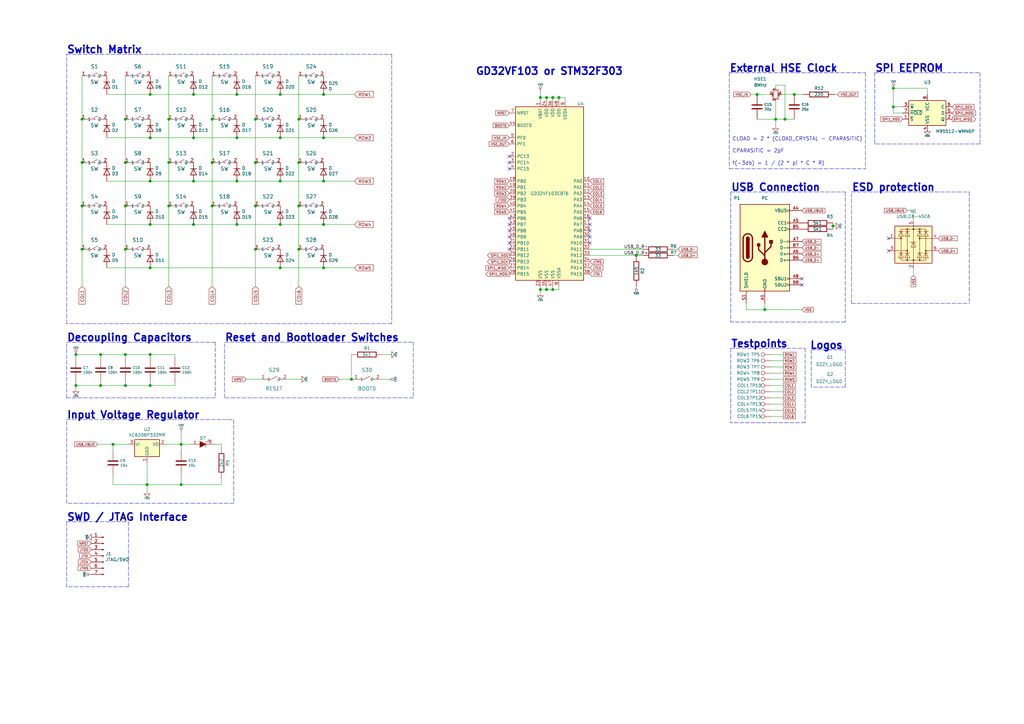
<source format=kicad_sch>
(kicad_sch (version 20210406) (generator eeschema)
  (paper "A3")
  (junction (at 31.115 145.415) (diameter 1.016))
  (junction (at 31.115 158.115) (diameter 1.016))
  (junction (at 33.655 48.895) (diameter 1.016))
  (junction (at 33.655 66.675) (diameter 1.016))
  (junction (at 33.655 84.455) (diameter 1.016))
  (junction (at 33.655 102.235) (diameter 1.016))
  (junction (at 41.275 145.415) (diameter 1.016))
  (junction (at 41.275 158.115) (diameter 1.016))
  (junction (at 46.355 182.245) (diameter 1.016))
  (junction (at 51.435 48.895) (diameter 1.016))
  (junction (at 51.435 66.675) (diameter 1.016))
  (junction (at 51.435 84.455) (diameter 1.016))
  (junction (at 51.435 102.235) (diameter 1.016))
  (junction (at 51.435 145.415) (diameter 1.016))
  (junction (at 51.435 158.115) (diameter 1.016))
  (junction (at 60.325 198.755) (diameter 1.016))
  (junction (at 61.595 38.735) (diameter 1.016))
  (junction (at 61.595 56.515) (diameter 1.016))
  (junction (at 61.595 74.295) (diameter 1.016))
  (junction (at 61.595 92.075) (diameter 1.016))
  (junction (at 61.595 109.855) (diameter 1.016))
  (junction (at 61.595 145.415) (diameter 1.016))
  (junction (at 61.595 158.115) (diameter 1.016))
  (junction (at 69.215 48.895) (diameter 1.016))
  (junction (at 69.215 66.675) (diameter 1.016))
  (junction (at 69.215 84.455) (diameter 1.016))
  (junction (at 74.295 182.245) (diameter 1.016))
  (junction (at 74.295 198.755) (diameter 1.016))
  (junction (at 79.375 38.735) (diameter 1.016))
  (junction (at 79.375 56.515) (diameter 1.016))
  (junction (at 79.375 74.295) (diameter 1.016))
  (junction (at 79.375 92.075) (diameter 1.016))
  (junction (at 86.995 48.895) (diameter 1.016))
  (junction (at 86.995 66.675) (diameter 1.016))
  (junction (at 86.995 84.455) (diameter 1.016))
  (junction (at 97.155 38.735) (diameter 1.016))
  (junction (at 97.155 56.515) (diameter 1.016))
  (junction (at 97.155 74.295) (diameter 1.016))
  (junction (at 97.155 92.075) (diameter 1.016))
  (junction (at 104.775 48.895) (diameter 1.016))
  (junction (at 104.775 66.675) (diameter 1.016))
  (junction (at 104.775 84.455) (diameter 1.016))
  (junction (at 104.775 102.235) (diameter 1.016))
  (junction (at 114.935 38.735) (diameter 1.016))
  (junction (at 114.935 56.515) (diameter 1.016))
  (junction (at 114.935 74.295) (diameter 1.016))
  (junction (at 114.935 92.075) (diameter 1.016))
  (junction (at 114.935 109.855) (diameter 1.016))
  (junction (at 122.555 48.895) (diameter 1.016))
  (junction (at 122.555 66.675) (diameter 1.016))
  (junction (at 122.555 84.455) (diameter 1.016))
  (junction (at 122.555 102.235) (diameter 1.016))
  (junction (at 132.715 38.735) (diameter 1.016))
  (junction (at 132.715 56.515) (diameter 1.016))
  (junction (at 132.715 74.295) (diameter 1.016))
  (junction (at 132.715 92.075) (diameter 1.016))
  (junction (at 132.715 109.855) (diameter 1.016))
  (junction (at 144.145 155.575) (diameter 1.016))
  (junction (at 221.615 40.005) (diameter 1.016))
  (junction (at 221.615 118.745) (diameter 1.016))
  (junction (at 224.155 40.005) (diameter 1.016))
  (junction (at 224.155 118.745) (diameter 1.016))
  (junction (at 226.695 40.005) (diameter 1.016))
  (junction (at 226.695 118.745) (diameter 1.016))
  (junction (at 229.235 40.005) (diameter 1.016))
  (junction (at 260.985 104.775) (diameter 1.016))
  (junction (at 310.515 38.735) (diameter 1.016))
  (junction (at 313.69 127) (diameter 1.016))
  (junction (at 318.135 48.895) (diameter 1.016))
  (junction (at 321.945 48.895) (diameter 1.016))
  (junction (at 325.755 38.735) (diameter 1.016))
  (junction (at 341.63 92.71) (diameter 1.016))
  (junction (at 366.395 36.195) (diameter 1.016))
  (junction (at 366.395 43.815) (diameter 1.016))
  (no_connect (at 208.915 64.135))
  (no_connect (at 208.915 66.675))
  (no_connect (at 208.915 69.215))
  (no_connect (at 208.915 89.535))
  (no_connect (at 208.915 92.075))
  (no_connect (at 208.915 94.615))
  (no_connect (at 208.915 97.155))
  (no_connect (at 208.915 99.695))
  (no_connect (at 208.915 102.235))
  (no_connect (at 241.935 89.535))
  (no_connect (at 241.935 92.075))
  (no_connect (at 241.935 94.615))
  (no_connect (at 241.935 97.155))
  (no_connect (at 241.935 99.695))
  (no_connect (at 328.93 114.3))
  (no_connect (at 328.93 116.84))
  (no_connect (at 364.49 97.79))
  (no_connect (at 364.49 102.87))
  (wire (pts (xy 31.115 145.415) (xy 41.275 145.415)))
  (wire (pts (xy 31.115 146.685) (xy 31.115 145.415)))
  (wire (pts (xy 31.115 156.845) (xy 31.115 158.115)))
  (wire (pts (xy 31.115 160.655) (xy 31.115 158.115)))
  (wire (pts (xy 33.655 31.115) (xy 33.655 48.895)))
  (wire (pts (xy 33.655 48.895) (xy 33.655 66.675)))
  (wire (pts (xy 33.655 66.675) (xy 33.655 84.455)))
  (wire (pts (xy 33.655 84.455) (xy 33.655 102.235)))
  (wire (pts (xy 33.655 102.235) (xy 33.655 117.475)))
  (wire (pts (xy 40.005 182.245) (xy 46.355 182.245)))
  (wire (pts (xy 41.275 145.415) (xy 51.435 145.415)))
  (wire (pts (xy 41.275 146.685) (xy 41.275 145.415)))
  (wire (pts (xy 41.275 156.845) (xy 41.275 158.115)))
  (wire (pts (xy 41.275 158.115) (xy 31.115 158.115)))
  (wire (pts (xy 43.815 38.735) (xy 61.595 38.735)))
  (wire (pts (xy 43.815 56.515) (xy 61.595 56.515)))
  (wire (pts (xy 43.815 74.295) (xy 61.595 74.295)))
  (wire (pts (xy 43.815 92.075) (xy 61.595 92.075)))
  (wire (pts (xy 43.815 109.855) (xy 61.595 109.855)))
  (wire (pts (xy 46.355 182.245) (xy 46.355 184.785)))
  (wire (pts (xy 46.355 182.245) (xy 52.705 182.245)))
  (wire (pts (xy 46.355 194.945) (xy 46.355 198.755)))
  (wire (pts (xy 46.355 198.755) (xy 60.325 198.755)))
  (wire (pts (xy 51.435 31.115) (xy 51.435 48.895)))
  (wire (pts (xy 51.435 48.895) (xy 51.435 66.675)))
  (wire (pts (xy 51.435 66.675) (xy 51.435 84.455)))
  (wire (pts (xy 51.435 84.455) (xy 51.435 102.235)))
  (wire (pts (xy 51.435 102.235) (xy 51.435 117.475)))
  (wire (pts (xy 51.435 145.415) (xy 61.595 145.415)))
  (wire (pts (xy 51.435 146.685) (xy 51.435 145.415)))
  (wire (pts (xy 51.435 156.845) (xy 51.435 158.115)))
  (wire (pts (xy 51.435 158.115) (xy 41.275 158.115)))
  (wire (pts (xy 60.325 189.865) (xy 60.325 198.755)))
  (wire (pts (xy 60.325 198.755) (xy 74.295 198.755)))
  (wire (pts (xy 60.325 202.565) (xy 60.325 198.755)))
  (wire (pts (xy 61.595 38.735) (xy 79.375 38.735)))
  (wire (pts (xy 61.595 56.515) (xy 79.375 56.515)))
  (wire (pts (xy 61.595 74.295) (xy 79.375 74.295)))
  (wire (pts (xy 61.595 92.075) (xy 79.375 92.075)))
  (wire (pts (xy 61.595 109.855) (xy 114.935 109.855)))
  (wire (pts (xy 61.595 145.415) (xy 71.755 145.415)))
  (wire (pts (xy 61.595 146.685) (xy 61.595 145.415)))
  (wire (pts (xy 61.595 156.845) (xy 61.595 158.115)))
  (wire (pts (xy 61.595 158.115) (xy 51.435 158.115)))
  (wire (pts (xy 67.945 182.245) (xy 74.295 182.245)))
  (wire (pts (xy 69.215 31.115) (xy 69.215 48.895)))
  (wire (pts (xy 69.215 48.895) (xy 69.215 66.675)))
  (wire (pts (xy 69.215 66.675) (xy 69.215 84.455)))
  (wire (pts (xy 69.215 84.455) (xy 69.215 117.475)))
  (wire (pts (xy 71.755 145.415) (xy 71.755 146.685)))
  (wire (pts (xy 71.755 156.845) (xy 71.755 158.115)))
  (wire (pts (xy 71.755 158.115) (xy 61.595 158.115)))
  (wire (pts (xy 74.295 177.165) (xy 74.295 182.245)))
  (wire (pts (xy 74.295 184.785) (xy 74.295 182.245)))
  (wire (pts (xy 74.295 194.945) (xy 74.295 198.755)))
  (wire (pts (xy 78.105 182.245) (xy 74.295 182.245)))
  (wire (pts (xy 79.375 38.735) (xy 97.155 38.735)))
  (wire (pts (xy 79.375 56.515) (xy 97.155 56.515)))
  (wire (pts (xy 79.375 74.295) (xy 97.155 74.295)))
  (wire (pts (xy 79.375 92.075) (xy 97.155 92.075)))
  (wire (pts (xy 86.995 31.115) (xy 86.995 48.895)))
  (wire (pts (xy 86.995 48.895) (xy 86.995 66.675)))
  (wire (pts (xy 86.995 66.675) (xy 86.995 84.455)))
  (wire (pts (xy 86.995 84.455) (xy 86.995 117.475)))
  (wire (pts (xy 88.265 182.245) (xy 90.805 182.245)))
  (wire (pts (xy 90.805 182.245) (xy 90.805 183.515)))
  (wire (pts (xy 90.805 196.215) (xy 90.805 198.755)))
  (wire (pts (xy 90.805 198.755) (xy 74.295 198.755)))
  (wire (pts (xy 97.155 38.735) (xy 114.935 38.735)))
  (wire (pts (xy 97.155 56.515) (xy 114.935 56.515)))
  (wire (pts (xy 97.155 74.295) (xy 114.935 74.295)))
  (wire (pts (xy 97.155 92.075) (xy 114.935 92.075)))
  (wire (pts (xy 104.775 31.115) (xy 104.775 48.895)))
  (wire (pts (xy 104.775 48.895) (xy 104.775 66.675)))
  (wire (pts (xy 104.775 66.675) (xy 104.775 84.455)))
  (wire (pts (xy 104.775 84.455) (xy 104.775 102.235)))
  (wire (pts (xy 104.775 102.235) (xy 104.775 117.475)))
  (wire (pts (xy 107.315 155.575) (xy 100.965 155.575)))
  (wire (pts (xy 114.935 38.735) (xy 132.715 38.735)))
  (wire (pts (xy 114.935 56.515) (xy 132.715 56.515)))
  (wire (pts (xy 114.935 74.295) (xy 132.715 74.295)))
  (wire (pts (xy 114.935 92.075) (xy 132.715 92.075)))
  (wire (pts (xy 114.935 109.855) (xy 132.715 109.855)))
  (wire (pts (xy 122.555 31.115) (xy 122.555 48.895)))
  (wire (pts (xy 122.555 48.895) (xy 122.555 66.675)))
  (wire (pts (xy 122.555 66.675) (xy 122.555 84.455)))
  (wire (pts (xy 122.555 84.455) (xy 122.555 102.235)))
  (wire (pts (xy 122.555 102.235) (xy 122.555 117.475)))
  (wire (pts (xy 123.825 155.575) (xy 117.475 155.575)))
  (wire (pts (xy 132.715 38.735) (xy 145.415 38.735)))
  (wire (pts (xy 132.715 56.515) (xy 145.415 56.515)))
  (wire (pts (xy 132.715 74.295) (xy 145.415 74.295)))
  (wire (pts (xy 132.715 92.075) (xy 145.415 92.075)))
  (wire (pts (xy 132.715 109.855) (xy 145.415 109.855)))
  (wire (pts (xy 144.145 145.415) (xy 144.145 155.575)))
  (wire (pts (xy 144.145 155.575) (xy 139.065 155.575)))
  (wire (pts (xy 144.145 155.575) (xy 145.415 155.575)))
  (wire (pts (xy 155.575 155.575) (xy 159.385 155.575)))
  (wire (pts (xy 156.845 145.415) (xy 160.655 145.415)))
  (wire (pts (xy 221.615 37.465) (xy 221.615 40.005)))
  (wire (pts (xy 221.615 40.005) (xy 221.615 41.275)))
  (wire (pts (xy 221.615 40.005) (xy 224.155 40.005)))
  (wire (pts (xy 221.615 118.745) (xy 221.615 117.475)))
  (wire (pts (xy 221.615 118.745) (xy 224.155 118.745)))
  (wire (pts (xy 221.615 121.285) (xy 221.615 118.745)))
  (wire (pts (xy 224.155 40.005) (xy 226.695 40.005)))
  (wire (pts (xy 224.155 41.275) (xy 224.155 40.005)))
  (wire (pts (xy 224.155 118.745) (xy 224.155 117.475)))
  (wire (pts (xy 224.155 118.745) (xy 226.695 118.745)))
  (wire (pts (xy 226.695 40.005) (xy 229.235 40.005)))
  (wire (pts (xy 226.695 41.275) (xy 226.695 40.005)))
  (wire (pts (xy 226.695 118.745) (xy 226.695 117.475)))
  (wire (pts (xy 226.695 118.745) (xy 229.235 118.745)))
  (wire (pts (xy 229.235 40.005) (xy 229.235 41.275)))
  (wire (pts (xy 229.235 118.745) (xy 229.235 117.475)))
  (wire (pts (xy 231.775 40.005) (xy 229.235 40.005)))
  (wire (pts (xy 231.775 41.275) (xy 231.775 40.005)))
  (wire (pts (xy 241.935 102.235) (xy 263.525 102.235)))
  (wire (pts (xy 241.935 104.775) (xy 260.985 104.775)))
  (wire (pts (xy 260.985 104.775) (xy 263.525 104.775)))
  (wire (pts (xy 276.225 102.235) (xy 278.13 102.235)))
  (wire (pts (xy 276.225 104.775) (xy 278.13 104.775)))
  (wire (pts (xy 306.07 124.46) (xy 306.07 127)))
  (wire (pts (xy 306.07 127) (xy 313.69 127)))
  (wire (pts (xy 307.975 38.735) (xy 310.515 38.735)))
  (wire (pts (xy 310.515 38.735) (xy 315.595 38.735)))
  (wire (pts (xy 310.515 48.895) (xy 318.135 48.895)))
  (wire (pts (xy 313.69 127) (xy 313.69 124.46)))
  (wire (pts (xy 313.69 127) (xy 328.93 127)))
  (wire (pts (xy 316.23 145.415) (xy 321.31 145.415)))
  (wire (pts (xy 316.23 147.955) (xy 321.31 147.955)))
  (wire (pts (xy 316.23 150.495) (xy 321.31 150.495)))
  (wire (pts (xy 316.23 153.035) (xy 321.31 153.035)))
  (wire (pts (xy 316.23 155.575) (xy 321.31 155.575)))
  (wire (pts (xy 316.23 158.115) (xy 321.31 158.115)))
  (wire (pts (xy 316.23 160.655) (xy 321.31 160.655)))
  (wire (pts (xy 316.23 163.195) (xy 321.31 163.195)))
  (wire (pts (xy 316.23 165.735) (xy 321.31 165.735)))
  (wire (pts (xy 316.23 168.275) (xy 321.31 168.275)))
  (wire (pts (xy 316.23 170.815) (xy 321.31 170.815)))
  (wire (pts (xy 318.135 34.925) (xy 321.945 34.925)))
  (wire (pts (xy 318.135 36.195) (xy 318.135 34.925)))
  (wire (pts (xy 318.135 41.275) (xy 318.135 48.895)))
  (wire (pts (xy 318.135 48.895) (xy 321.945 48.895)))
  (wire (pts (xy 318.135 52.705) (xy 318.135 48.895)))
  (wire (pts (xy 320.675 38.735) (xy 325.755 38.735)))
  (wire (pts (xy 321.945 34.925) (xy 321.945 48.895)))
  (wire (pts (xy 321.945 48.895) (xy 325.755 48.895)))
  (wire (pts (xy 325.755 38.735) (xy 329.565 38.735)))
  (wire (pts (xy 341.63 91.44) (xy 341.63 92.71)))
  (wire (pts (xy 341.63 92.71) (xy 341.63 93.98)))
  (wire (pts (xy 341.63 92.71) (xy 342.9 92.71)))
  (wire (pts (xy 342.265 38.735) (xy 343.535 38.735)))
  (wire (pts (xy 366.395 43.815) (xy 366.395 36.195)))
  (wire (pts (xy 366.395 46.355) (xy 366.395 43.815)))
  (wire (pts (xy 370.205 43.815) (xy 366.395 43.815)))
  (wire (pts (xy 370.205 46.355) (xy 366.395 46.355)))
  (wire (pts (xy 374.65 86.36) (xy 372.11 86.36)))
  (wire (pts (xy 374.65 86.36) (xy 374.65 90.17)))
  (wire (pts (xy 374.65 113.03) (xy 374.65 110.49)))
  (wire (pts (xy 380.365 36.195) (xy 366.395 36.195)))
  (wire (pts (xy 380.365 38.735) (xy 380.365 36.195)))
  (polyline (pts (xy 27.305 22.225) (xy 160.655 22.225)) (stroke (width 0) (type dash)))
  (polyline (pts (xy 27.305 132.715) (xy 27.305 22.225)) (stroke (width 0) (type dash)))
  (polyline (pts (xy 27.305 140.335) (xy 88.265 140.335)) (stroke (width 0) (type dash)))
  (polyline (pts (xy 27.305 163.195) (xy 27.305 140.335)) (stroke (width 0) (type dash)))
  (polyline (pts (xy 27.305 163.195) (xy 88.265 163.195)) (stroke (width 0) (type dash)))
  (polyline (pts (xy 27.305 172.085) (xy 95.885 172.085)) (stroke (width 0) (type dash)))
  (polyline (pts (xy 27.305 206.375) (xy 27.305 172.085)) (stroke (width 0) (type dash)))
  (polyline (pts (xy 27.305 213.995) (xy 27.305 240.665)) (stroke (width 0) (type dash)))
  (polyline (pts (xy 27.305 213.995) (xy 52.705 213.995)) (stroke (width 0) (type dash)))
  (polyline (pts (xy 52.705 213.995) (xy 52.705 240.665)) (stroke (width 0) (type dash)))
  (polyline (pts (xy 52.705 240.665) (xy 27.305 240.665)) (stroke (width 0) (type dash)))
  (polyline (pts (xy 88.265 140.335) (xy 88.265 163.195)) (stroke (width 0) (type dash)))
  (polyline (pts (xy 92.075 140.335) (xy 169.545 140.335)) (stroke (width 0) (type dash)))
  (polyline (pts (xy 92.075 163.195) (xy 92.075 140.335)) (stroke (width 0) (type dash)))
  (polyline (pts (xy 95.885 172.085) (xy 95.885 206.375)) (stroke (width 0) (type dash)))
  (polyline (pts (xy 95.885 206.375) (xy 27.305 206.375)) (stroke (width 0) (type dash)))
  (polyline (pts (xy 160.655 22.225) (xy 160.655 132.715)) (stroke (width 0) (type dash)))
  (polyline (pts (xy 160.655 132.715) (xy 27.305 132.715)) (stroke (width 0) (type dash)))
  (polyline (pts (xy 169.545 140.335) (xy 169.545 163.195)) (stroke (width 0) (type dash)))
  (polyline (pts (xy 169.545 163.195) (xy 92.075 163.195)) (stroke (width 0) (type dash)))
  (polyline (pts (xy 299.085 29.845) (xy 299.085 69.215)) (stroke (width 0) (type dash)))
  (polyline (pts (xy 299.085 29.845) (xy 354.965 29.845)) (stroke (width 0) (type dash)))
  (polyline (pts (xy 299.085 69.215) (xy 354.965 69.215)) (stroke (width 0) (type dash)))
  (polyline (pts (xy 299.72 78.74) (xy 299.72 132.08)) (stroke (width 0) (type dash)))
  (polyline (pts (xy 299.72 78.74) (xy 346.71 78.74)) (stroke (width 0) (type dash)))
  (polyline (pts (xy 299.72 142.875) (xy 299.72 173.355)) (stroke (width 0) (type dash)))
  (polyline (pts (xy 299.72 142.875) (xy 330.2 142.875)) (stroke (width 0) (type dash)))
  (polyline (pts (xy 330.2 142.875) (xy 330.2 173.355)) (stroke (width 0) (type dash)))
  (polyline (pts (xy 330.2 173.355) (xy 299.72 173.355)) (stroke (width 0) (type dash)))
  (polyline (pts (xy 332.74 143.51) (xy 332.74 158.75)) (stroke (width 0) (type dash)))
  (polyline (pts (xy 332.74 143.51) (xy 346.71 143.51)) (stroke (width 0) (type dash)))
  (polyline (pts (xy 346.71 78.74) (xy 346.71 132.08)) (stroke (width 0) (type dash)))
  (polyline (pts (xy 346.71 132.08) (xy 299.72 132.08)) (stroke (width 0) (type dash)))
  (polyline (pts (xy 346.71 143.51) (xy 346.71 158.75)) (stroke (width 0) (type dash)))
  (polyline (pts (xy 346.71 158.75) (xy 332.74 158.75)) (stroke (width 0) (type dash)))
  (polyline (pts (xy 349.25 78.74) (xy 397.51 78.74)) (stroke (width 0) (type dash)))
  (polyline (pts (xy 349.25 124.46) (xy 349.25 78.74)) (stroke (width 0) (type dash)))
  (polyline (pts (xy 349.25 124.46) (xy 397.51 124.46)) (stroke (width 0) (type dash)))
  (polyline (pts (xy 354.965 29.845) (xy 354.965 69.215)) (stroke (width 0) (type dash)))
  (polyline (pts (xy 358.775 29.845) (xy 358.775 59.055)) (stroke (width 0) (type dash)))
  (polyline (pts (xy 358.775 29.845) (xy 401.955 29.845)) (stroke (width 0) (type dash)))
  (polyline (pts (xy 397.51 78.74) (xy 397.51 124.46)) (stroke (width 0) (type dash)))
  (polyline (pts (xy 401.955 29.845) (xy 401.955 59.055)) (stroke (width 0) (type dash)))
  (polyline (pts (xy 401.955 59.055) (xy 358.775 59.055)) (stroke (width 0) (type dash)))
  (text "Switch Matrix" (at 27.305 22.225 0) (effects (font (size 2.9972 2.9972) (thickness 0.5994) bold) (justify left bottom)))
  (text "Decoupling Capacitors" (at 27.305 140.335 0) (effects (font (size 2.9972 2.9972) (thickness 0.5994) bold) (justify left bottom)))
  (text "Input Voltage Regulator" (at 27.305 172.085 0) (effects (font (size 2.9972 2.9972) (thickness 0.5994) bold) (justify left bottom)))
  (text "SWD / JTAG Interface\n" (at 27.305 213.995 0) (effects (font (size 2.9972 2.9972) (thickness 0.5994) bold) (justify left bottom)))
  (text "Reset and Bootloader Switches" (at 92.075 140.335 0) (effects (font (size 2.9972 2.9972) (thickness 0.5994) bold) (justify left bottom)))
  (text "GD32VF103 or STM32F303" (at 194.945 31.115 0) (effects (font (size 2.9972 2.9972) (thickness 0.5994) bold) (justify left bottom)))
  (text "External HSE Clock" (at 299.085 29.845 0) (effects (font (size 2.9972 2.9972) (thickness 0.5994) bold) (justify left bottom)))
  (text "USB Connection" (at 299.72 78.74 0) (effects (font (size 2.9972 2.9972) (thickness 0.5994) bold) (justify left bottom)))
  (text "Testpoints" (at 299.72 142.875 0) (effects (font (size 2.9972 2.9972) (thickness 0.5994) bold) (justify left bottom)))
  (text "CLOAD = 2 * (CLOAD_CRYSTAL - CPARASITIC)\n\nCPARASITIC = 2pF" (at 300.355 62.865 0) (effects (font (size 1.524 1.524)) (justify left bottom)))
  (text "f(-3db) = 1 / (2 * pi * C * R)" (at 300.355 67.945 0) (effects (font (size 1.524 1.524)) (justify left bottom)))
  (text "Logos" (at 332.105 143.51 0) (effects (font (size 2.9972 2.9972) (thickness 0.5994) bold) (justify left bottom)))
  (text "ESD protection" (at 349.25 78.74 0) (effects (font (size 2.9972 2.9972) (thickness 0.5994) bold) (justify left bottom)))
  (text "SPI EEPROM" (at 358.775 29.845 0) (effects (font (size 2.9972 2.9972) (thickness 0.5994) bold) (justify left bottom)))
  (label "USB_D_R-" (at 255.905 102.235 0))
  (label "USB_D_R+" (at 255.905 104.775 0))
  (global_label "COL1" (shape input) (at 33.655 117.475 270) (property "Intersheet References" "${INTERSHEET_REFS}" (effects hide)))
  (global_label "NRST" (shape input) (at 37.465 222.885 180) (effects (font (size 1 1))) (property "Intersheet References" "${INTERSHEET_REFS}" (effects hide)))
  (global_label "JTDO" (shape input) (at 37.465 225.425 180) (effects (font (size 0.9906 0.9906))) (property "Intersheet References" "${INTERSHEET_REFS}" (effects hide)))
  (global_label "JTDI" (shape input) (at 37.465 227.965 180) (effects (font (size 0.9906 0.9906))) (property "Intersheet References" "${INTERSHEET_REFS}" (effects hide)))
  (global_label "JTCK" (shape input) (at 37.465 230.505 180) (effects (font (size 0.9906 0.9906))) (property "Intersheet References" "${INTERSHEET_REFS}" (effects hide)))
  (global_label "JTMS" (shape input) (at 37.465 233.045 180) (effects (font (size 0.9906 0.9906))) (property "Intersheet References" "${INTERSHEET_REFS}" (effects hide)))
  (global_label "USB_VBUS" (shape input) (at 40.005 182.245 180) (effects (font (size 0.9906 0.9906))) (property "Intersheet References" "${INTERSHEET_REFS}" (effects hide)))
  (global_label "COL2" (shape input) (at 51.435 117.475 270) (property "Intersheet References" "${INTERSHEET_REFS}" (effects hide)))
  (global_label "COL3" (shape input) (at 69.215 117.475 270) (property "Intersheet References" "${INTERSHEET_REFS}" (effects hide)))
  (global_label "COL4" (shape input) (at 86.995 117.475 270) (property "Intersheet References" "${INTERSHEET_REFS}" (effects hide)))
  (global_label "NRST" (shape input) (at 100.965 155.575 180) (effects (font (size 1 1))) (property "Intersheet References" "${INTERSHEET_REFS}" (effects hide)))
  (global_label "COL5" (shape input) (at 104.775 117.475 270) (property "Intersheet References" "${INTERSHEET_REFS}" (effects hide)))
  (global_label "COL6" (shape input) (at 122.555 117.475 270) (property "Intersheet References" "${INTERSHEET_REFS}" (effects hide)))
  (global_label "BOOT0" (shape input) (at 139.065 155.575 180) (effects (font (size 1 1))) (property "Intersheet References" "${INTERSHEET_REFS}" (effects hide)))
  (global_label "ROW1" (shape input) (at 145.415 38.735 0) (property "Intersheet References" "${INTERSHEET_REFS}" (effects hide)))
  (global_label "ROW2" (shape input) (at 145.415 56.515 0) (property "Intersheet References" "${INTERSHEET_REFS}" (effects hide)))
  (global_label "ROW3" (shape input) (at 145.415 74.295 0) (property "Intersheet References" "${INTERSHEET_REFS}" (effects hide)))
  (global_label "ROW4" (shape input) (at 145.415 92.075 0) (property "Intersheet References" "${INTERSHEET_REFS}" (effects hide)))
  (global_label "ROW5" (shape input) (at 145.415 109.855 0) (property "Intersheet References" "${INTERSHEET_REFS}" (effects hide)))
  (global_label "NRST" (shape input) (at 208.915 46.355 180) (effects (font (size 0.9906 0.9906))) (property "Intersheet References" "${INTERSHEET_REFS}" (effects hide)))
  (global_label "BOOT0" (shape input) (at 208.915 51.435 180) (effects (font (size 0.9906 0.9906))) (property "Intersheet References" "${INTERSHEET_REFS}" (effects hide)))
  (global_label "HSE_IN" (shape input) (at 208.915 56.515 180) (effects (font (size 0.9906 0.9906))) (property "Intersheet References" "${INTERSHEET_REFS}" (effects hide)))
  (global_label "HSE_OUT" (shape input) (at 208.915 59.055 180) (effects (font (size 0.9906 0.9906))) (property "Intersheet References" "${INTERSHEET_REFS}" (effects hide)))
  (global_label "ROW1" (shape input) (at 208.915 74.295 180) (effects (font (size 1 1))) (property "Intersheet References" "${INTERSHEET_REFS}" (effects hide)))
  (global_label "ROW2" (shape input) (at 208.915 76.835 180) (effects (font (size 1 1))) (property "Intersheet References" "${INTERSHEET_REFS}" (effects hide)))
  (global_label "ROW3" (shape input) (at 208.915 79.375 180) (effects (font (size 1 1))) (property "Intersheet References" "${INTERSHEET_REFS}" (effects hide)))
  (global_label "JTDO" (shape input) (at 208.915 81.915 180) (effects (font (size 1 1))) (property "Intersheet References" "${INTERSHEET_REFS}" (effects hide)))
  (global_label "ROW4" (shape input) (at 208.915 84.455 180) (effects (font (size 1 1))) (property "Intersheet References" "${INTERSHEET_REFS}" (effects hide)))
  (global_label "ROW5" (shape input) (at 208.915 86.995 180) (effects (font (size 1 1))) (property "Intersheet References" "${INTERSHEET_REFS}" (effects hide)))
  (global_label "SPI1_NSS" (shape output) (at 208.915 104.775 180) (effects (font (size 1 1))) (property "Intersheet References" "${INTERSHEET_REFS}" (effects hide)))
  (global_label "SPI1_SCK" (shape output) (at 208.915 107.315 180) (effects (font (size 1 1))) (property "Intersheet References" "${INTERSHEET_REFS}" (effects hide)))
  (global_label "SPI1_MISO" (shape input) (at 208.915 109.855 180) (effects (font (size 1 1))) (property "Intersheet References" "${INTERSHEET_REFS}" (effects hide)))
  (global_label "SPI1_MOSI" (shape output) (at 208.915 112.395 180) (effects (font (size 1 1))) (property "Intersheet References" "${INTERSHEET_REFS}" (effects hide)))
  (global_label "COL1" (shape input) (at 241.935 74.295 0) (effects (font (size 1 1))) (property "Intersheet References" "${INTERSHEET_REFS}" (effects hide)))
  (global_label "COL2" (shape input) (at 241.935 76.835 0) (effects (font (size 1 1))) (property "Intersheet References" "${INTERSHEET_REFS}" (effects hide)))
  (global_label "COL3" (shape input) (at 241.935 79.375 0) (effects (font (size 1 1))) (property "Intersheet References" "${INTERSHEET_REFS}" (effects hide)))
  (global_label "COL4" (shape input) (at 241.935 81.915 0) (effects (font (size 1 1))) (property "Intersheet References" "${INTERSHEET_REFS}" (effects hide)))
  (global_label "COL5" (shape input) (at 241.935 84.455 0) (effects (font (size 1 1))) (property "Intersheet References" "${INTERSHEET_REFS}" (effects hide)))
  (global_label "COL6" (shape input) (at 241.935 86.995 0) (effects (font (size 1 1))) (property "Intersheet References" "${INTERSHEET_REFS}" (effects hide)))
  (global_label "JTMS" (shape input) (at 241.935 107.315 0) (effects (font (size 0.9906 0.9906))) (property "Intersheet References" "${INTERSHEET_REFS}" (effects hide)))
  (global_label "JTCK" (shape input) (at 241.935 109.855 0) (effects (font (size 0.9906 0.9906))) (property "Intersheet References" "${INTERSHEET_REFS}" (effects hide)))
  (global_label "JTDI" (shape input) (at 241.935 112.395 0) (effects (font (size 0.9906 0.9906))) (property "Intersheet References" "${INTERSHEET_REFS}" (effects hide)))
  (global_label "USB_D-" (shape input) (at 278.13 102.235 0) (effects (font (size 0.9906 0.9906))) (property "Intersheet References" "${INTERSHEET_REFS}" (effects hide)))
  (global_label "USB_D+" (shape input) (at 278.13 104.775 0) (effects (font (size 0.9906 0.9906))) (property "Intersheet References" "${INTERSHEET_REFS}" (effects hide)))
  (global_label "HSE_IN" (shape input) (at 307.975 38.735 180) (effects (font (size 0.9906 0.9906))) (property "Intersheet References" "${INTERSHEET_REFS}" (effects hide)))
  (global_label "ROW1" (shape passive) (at 321.31 145.415 0) (effects (font (size 1 1))) (property "Intersheet References" "${INTERSHEET_REFS}" (effects hide)))
  (global_label "ROW2" (shape passive) (at 321.31 147.955 0) (effects (font (size 1 1))) (property "Intersheet References" "${INTERSHEET_REFS}" (effects hide)))
  (global_label "ROW3" (shape passive) (at 321.31 150.495 0) (effects (font (size 1 1))) (property "Intersheet References" "${INTERSHEET_REFS}" (effects hide)))
  (global_label "ROW4" (shape passive) (at 321.31 153.035 0) (effects (font (size 1 1))) (property "Intersheet References" "${INTERSHEET_REFS}" (effects hide)))
  (global_label "ROW5" (shape passive) (at 321.31 155.575 0) (effects (font (size 1 1))) (property "Intersheet References" "${INTERSHEET_REFS}" (effects hide)))
  (global_label "COL1" (shape passive) (at 321.31 158.115 0) (effects (font (size 1 1))) (property "Intersheet References" "${INTERSHEET_REFS}" (effects hide)))
  (global_label "COL2" (shape passive) (at 321.31 160.655 0) (effects (font (size 1 1))) (property "Intersheet References" "${INTERSHEET_REFS}" (effects hide)))
  (global_label "COL3" (shape passive) (at 321.31 163.195 0) (effects (font (size 1 1))) (property "Intersheet References" "${INTERSHEET_REFS}" (effects hide)))
  (global_label "COL4" (shape passive) (at 321.31 165.735 0) (effects (font (size 1 1))) (property "Intersheet References" "${INTERSHEET_REFS}" (effects hide)))
  (global_label "COL5" (shape passive) (at 321.31 168.275 0) (effects (font (size 1 1))) (property "Intersheet References" "${INTERSHEET_REFS}" (effects hide)))
  (global_label "COL6" (shape passive) (at 321.31 170.815 0) (effects (font (size 1 1))) (property "Intersheet References" "${INTERSHEET_REFS}" (effects hide)))
  (global_label "USB_VBUS" (shape input) (at 328.93 86.36 0) (effects (font (size 0.9906 0.9906))) (property "Intersheet References" "${INTERSHEET_REFS}" (effects hide)))
  (global_label "USB_D-" (shape input) (at 328.93 99.06 0) (effects (font (size 0.9906 0.9906))) (property "Intersheet References" "${INTERSHEET_REFS}" (effects hide)))
  (global_label "USB_D-" (shape input) (at 328.93 101.6 0) (effects (font (size 0.9906 0.9906))) (property "Intersheet References" "${INTERSHEET_REFS}" (effects hide)))
  (global_label "USB_D+" (shape input) (at 328.93 104.14 0) (effects (font (size 0.9906 0.9906))) (property "Intersheet References" "${INTERSHEET_REFS}" (effects hide)))
  (global_label "USB_D+" (shape input) (at 328.93 106.68 0) (effects (font (size 0.9906 0.9906))) (property "Intersheet References" "${INTERSHEET_REFS}" (effects hide)))
  (global_label "VSS" (shape input) (at 328.93 127 0) (effects (font (size 0.9906 0.9906))) (property "Intersheet References" "${INTERSHEET_REFS}" (effects hide)))
  (global_label "HSE_OUT" (shape input) (at 343.535 38.735 0) (effects (font (size 0.9906 0.9906))) (property "Intersheet References" "${INTERSHEET_REFS}" (effects hide)))
  (global_label "SPI1_NSS" (shape input) (at 370.205 48.895 180) (effects (font (size 1 1))) (property "Intersheet References" "${INTERSHEET_REFS}" (effects hide)))
  (global_label "USB_VBUS" (shape input) (at 372.11 86.36 180) (effects (font (size 0.9906 0.9906))) (property "Intersheet References" "${INTERSHEET_REFS}" (effects hide)))
  (global_label "VSS" (shape input) (at 374.65 113.03 270) (effects (font (size 0.9906 0.9906))) (property "Intersheet References" "${INTERSHEET_REFS}" (effects hide)))
  (global_label "USB_D-" (shape input) (at 384.81 97.79 0) (effects (font (size 0.9906 0.9906))) (property "Intersheet References" "${INTERSHEET_REFS}" (effects hide)))
  (global_label "USB_D+" (shape input) (at 384.81 102.87 0) (effects (font (size 0.9906 0.9906))) (property "Intersheet References" "${INTERSHEET_REFS}" (effects hide)))
  (global_label "SPI1_SCK" (shape input) (at 390.525 43.815 0) (effects (font (size 1 1))) (property "Intersheet References" "${INTERSHEET_REFS}" (effects hide)))
  (global_label "SPI1_MOSI" (shape input) (at 390.525 46.355 0) (effects (font (size 1 1))) (property "Intersheet References" "${INTERSHEET_REFS}" (effects hide)))
  (global_label "SPI1_MISO" (shape output) (at 390.525 48.895 0) (effects (font (size 1 1))) (property "Intersheet References" "${INTERSHEET_REFS}" (effects hide)))
  (symbol (lib_id "DZZY:DZZY_LOGO") (at 338.455 147.32 0) (unit 1)
    (property "Reference" "G1" (at 339.09 146.5591 0) (effects (justify left)))
    (property "Value" "DZZY_LOGO" (at 334.645 149.4928 0) (effects (justify left)))
    (property "Footprint" "prettylib:dzzy_logo" (effects hide))
  )
  (symbol (lib_id "DZZY:DZZY_LOGO") (at 338.455 154.305 0) (unit 1)
    (property "Reference" "G2" (at 339.09 153.5441 0) (effects (justify left)))
    (property "Value" "DZZY_LOGO" (at 334.645 156.4778 0) (effects (justify left)))
    (property "Footprint" "prettylib:dzzy_logo" (effects hide))
  )
  (symbol (lib_id "YAEMK:VDD") (at 31.115 145.415 0) (unit 1)
    (property "Reference" "#PWR0102" (effects hide))
    (property "Value" "VDD" (at 31.115 142.621 0) (effects (font (size 0.762 0.762))))
  )
  (symbol (lib_id "YAEMK:VDD") (at 37.465 235.585 90) (unit 1)
    (property "Reference" "#PWR0104" (effects hide))
    (property "Value" "VDD" (at 34.671 235.585 0) (effects (font (size 0.762 0.762))))
  )
  (symbol (lib_id "YAEMK:VDD") (at 74.295 177.165 0) (unit 1)
    (property "Reference" "#PWR0106" (effects hide))
    (property "Value" "VDD" (at 74.295 174.371 0) (effects (font (size 0.762 0.762))))
  )
  (symbol (lib_id "YAEMK:VDD") (at 159.385 155.575 270) (unit 1)
    (property "Reference" "#PWR0114" (effects hide))
    (property "Value" "VDD" (at 162.179 155.575 0) (effects (font (size 0.762 0.762))))
  )
  (symbol (lib_id "YAEMK:VDD") (at 221.615 37.465 0) (unit 1)
    (property "Reference" "#PWR0112" (effects hide))
    (property "Value" "VDD" (at 221.615 34.671 0) (effects (font (size 0.762 0.762))))
  )
  (symbol (lib_id "YAEMK:VDD") (at 260.985 117.475 180) (unit 1)
    (property "Reference" "#PWR0110" (effects hide))
    (property "Value" "VDD" (at 260.985 120.269 0) (effects (font (size 0.762 0.762))))
  )
  (symbol (lib_id "YAEMK:VDD") (at 366.395 36.195 0) (unit 1)
    (property "Reference" "#PWR0116" (effects hide))
    (property "Value" "VDD" (at 366.395 33.401 0) (effects (font (size 0.762 0.762))))
  )
  (symbol (lib_id "YAEMK:VSS") (at 31.115 160.655 0) (unit 1)
    (property "Reference" "#PWR0103" (effects hide))
    (property "Value" "VSS" (at 31.115 162.433 0) (effects (font (size 0.762 0.762))))
  )
  (symbol (lib_id "YAEMK:VSS") (at 37.465 220.345 270) (unit 1)
    (property "Reference" "#PWR0105" (effects hide))
    (property "Value" "VSS" (at 35.687 220.345 0) (effects (font (size 0.762 0.762))))
  )
  (symbol (lib_id "YAEMK:VSS") (at 60.325 202.565 0) (unit 1)
    (property "Reference" "#PWR0107" (effects hide))
    (property "Value" "VSS" (at 60.325 204.343 0) (effects (font (size 0.762 0.762))))
  )
  (symbol (lib_id "YAEMK:VSS") (at 123.825 155.575 90) (unit 1)
    (property "Reference" "#PWR0115" (effects hide))
    (property "Value" "VSS" (at 125.603 155.575 0) (effects (font (size 0.762 0.762))))
  )
  (symbol (lib_id "YAEMK:VSS") (at 160.655 145.415 90) (unit 1)
    (property "Reference" "#PWR0109" (effects hide))
    (property "Value" "VSS" (at 162.433 145.415 0) (effects (font (size 0.762 0.762))))
  )
  (symbol (lib_id "YAEMK:VSS") (at 221.615 121.285 0) (unit 1)
    (property "Reference" "#PWR0108" (effects hide))
    (property "Value" "VSS" (at 221.615 123.063 0) (effects (font (size 0.762 0.762))))
  )
  (symbol (lib_id "YAEMK:VSS") (at 318.135 52.705 0) (unit 1)
    (property "Reference" "#PWR0113" (effects hide))
    (property "Value" "VSS" (at 318.135 54.483 0) (effects (font (size 0.762 0.762))))
  )
  (symbol (lib_id "YAEMK:VSS") (at 342.9 92.71 90) (unit 1)
    (property "Reference" "#PWR0101" (effects hide))
    (property "Value" "VSS" (at 344.678 92.71 0) (effects (font (size 0.762 0.762))))
  )
  (symbol (lib_id "YAEMK:VSS") (at 380.365 53.975 0) (unit 1)
    (property "Reference" "#PWR0111" (effects hide))
    (property "Value" "VSS" (at 380.365 55.753 0) (effects (font (size 0.762 0.762))))
  )
  (symbol (lib_id "Connector:TestPoint") (at 316.23 145.415 90) (unit 1)
    (property "Reference" "TP5" (at 309.88 145.415 90))
    (property "Value" "ROW1" (at 304.8 145.415 90))
    (property "Footprint" "prettylib:TestPoint" (effects hide))
  )
  (symbol (lib_id "Connector:TestPoint") (at 316.23 147.955 90) (unit 1)
    (property "Reference" "TP6" (at 309.88 147.955 90))
    (property "Value" "ROW2" (at 304.8 147.955 90))
    (property "Footprint" "prettylib:TestPoint" (effects hide))
  )
  (symbol (lib_id "Connector:TestPoint") (at 316.23 150.495 90) (unit 1)
    (property "Reference" "TP7" (at 309.88 150.495 90))
    (property "Value" "ROW3" (at 304.8 150.495 90))
    (property "Footprint" "prettylib:TestPoint" (effects hide))
  )
  (symbol (lib_id "Connector:TestPoint") (at 316.23 153.035 90) (unit 1)
    (property "Reference" "TP8" (at 309.88 153.035 90))
    (property "Value" "ROW4" (at 304.8 153.035 90))
    (property "Footprint" "prettylib:TestPoint" (effects hide))
  )
  (symbol (lib_id "Connector:TestPoint") (at 316.23 155.575 90) (unit 1)
    (property "Reference" "TP9" (at 309.88 155.575 90))
    (property "Value" "ROW5" (at 304.8 155.575 90))
    (property "Footprint" "prettylib:TestPoint" (effects hide))
  )
  (symbol (lib_id "Connector:TestPoint") (at 316.23 158.115 90) (unit 1)
    (property "Reference" "TP10" (at 309.88 158.115 90))
    (property "Value" "COL1" (at 304.8 158.115 90))
    (property "Footprint" "prettylib:TestPoint" (effects hide))
  )
  (symbol (lib_id "Connector:TestPoint") (at 316.23 160.655 90) (unit 1)
    (property "Reference" "TP11" (at 309.88 160.655 90))
    (property "Value" "COL2" (at 304.8 160.655 90))
    (property "Footprint" "prettylib:TestPoint" (effects hide))
  )
  (symbol (lib_id "Connector:TestPoint") (at 316.23 163.195 90) (unit 1)
    (property "Reference" "TP12" (at 309.88 163.195 90))
    (property "Value" "COL3" (at 304.8 163.195 90))
    (property "Footprint" "prettylib:TestPoint" (effects hide))
  )
  (symbol (lib_id "Connector:TestPoint") (at 316.23 165.735 90) (unit 1)
    (property "Reference" "TP13" (at 309.88 165.735 90))
    (property "Value" "COL4" (at 304.8 165.735 90))
    (property "Footprint" "prettylib:TestPoint" (effects hide))
  )
  (symbol (lib_id "Connector:TestPoint") (at 316.23 168.275 90) (unit 1)
    (property "Reference" "TP14" (at 309.88 168.275 90))
    (property "Value" "COL5" (at 304.8 168.275 90))
    (property "Footprint" "prettylib:TestPoint" (effects hide))
  )
  (symbol (lib_id "Connector:TestPoint") (at 316.23 170.815 90) (unit 1)
    (property "Reference" "TP15" (at 309.88 170.815 90))
    (property "Value" "COL6" (at 304.8 170.815 90))
    (property "Footprint" "prettylib:TestPoint" (effects hide))
  )
  (symbol (lib_id "YAEMK:MX_1U") (at 38.735 31.115 0) (unit 1)
    (property "Reference" "S1" (at 38.735 27.305 0) (effects (font (size 1.524 1.524))))
    (property "Value" "SW" (at 38.735 33.655 0) (effects (font (size 1.524 1.524))))
    (property "Footprint" "prettylib:SW_PG1350_reversible" (effects hide))
    (property "Datasheet" "~" (at 38.735 31.115 0) (effects (font (size 1.524 1.524))))
    (property "JLCPCB BOM" "0" (effects hide))
  )
  (symbol (lib_id "YAEMK:MX_1U") (at 38.735 48.895 0) (unit 1)
    (property "Reference" "S2" (at 38.735 45.085 0) (effects (font (size 1.524 1.524))))
    (property "Value" "SW" (at 38.735 51.435 0) (effects (font (size 1.524 1.524))))
    (property "Footprint" "prettylib:SW_PG1350_reversible" (effects hide))
    (property "Datasheet" "~" (at 38.735 48.895 0) (effects (font (size 1.524 1.524))))
    (property "JLCPCB BOM" "0" (effects hide))
  )
  (symbol (lib_id "YAEMK:MX_1U") (at 38.735 66.675 0) (unit 1)
    (property "Reference" "S3" (at 38.735 62.865 0) (effects (font (size 1.524 1.524))))
    (property "Value" "SW" (at 38.735 69.215 0) (effects (font (size 1.524 1.524))))
    (property "Footprint" "prettylib:SW_PG1350_reversible" (effects hide))
    (property "Datasheet" "~" (at 38.735 66.675 0) (effects (font (size 1.524 1.524))))
    (property "JLCPCB BOM" "0" (effects hide))
  )
  (symbol (lib_id "YAEMK:MX_1U") (at 38.735 84.455 0) (unit 1)
    (property "Reference" "S4" (at 38.735 80.645 0) (effects (font (size 1.524 1.524))))
    (property "Value" "SW" (at 38.735 86.995 0) (effects (font (size 1.524 1.524))))
    (property "Footprint" "prettylib:SW_PG1350_reversible" (effects hide))
    (property "Datasheet" "~" (at 38.735 84.455 0) (effects (font (size 1.524 1.524))))
    (property "JLCPCB BOM" "0" (effects hide))
  )
  (symbol (lib_id "YAEMK:MX_1U") (at 38.735 102.235 0) (unit 1)
    (property "Reference" "S5" (at 38.735 98.425 0) (effects (font (size 1.524 1.524))))
    (property "Value" "SW" (at 38.735 104.775 0) (effects (font (size 1.524 1.524))))
    (property "Footprint" "prettylib:SW_PG1350_reversible" (effects hide))
    (property "Datasheet" "~" (at 38.735 102.235 0) (effects (font (size 1.524 1.524))))
    (property "JLCPCB BOM" "0" (effects hide))
  )
  (symbol (lib_id "YAEMK:MX_1U") (at 56.515 31.115 0) (unit 1)
    (property "Reference" "S6" (at 56.515 27.305 0) (effects (font (size 1.524 1.524))))
    (property "Value" "SW" (at 56.515 33.655 0) (effects (font (size 1.524 1.524))))
    (property "Footprint" "prettylib:SW_PG1350_reversible" (effects hide))
    (property "Datasheet" "~" (at 56.515 31.115 0) (effects (font (size 1.524 1.524))))
    (property "JLCPCB BOM" "0" (effects hide))
  )
  (symbol (lib_id "YAEMK:MX_1U") (at 56.515 48.895 0) (unit 1)
    (property "Reference" "S7" (at 56.515 45.085 0) (effects (font (size 1.524 1.524))))
    (property "Value" "SW" (at 56.515 51.435 0) (effects (font (size 1.524 1.524))))
    (property "Footprint" "prettylib:SW_PG1350_reversible" (effects hide))
    (property "Datasheet" "~" (at 56.515 48.895 0) (effects (font (size 1.524 1.524))))
    (property "JLCPCB BOM" "0" (effects hide))
  )
  (symbol (lib_id "YAEMK:MX_1U") (at 56.515 66.675 0) (unit 1)
    (property "Reference" "S8" (at 56.515 62.865 0) (effects (font (size 1.524 1.524))))
    (property "Value" "SW" (at 56.515 69.215 0) (effects (font (size 1.524 1.524))))
    (property "Footprint" "prettylib:SW_PG1350_reversible" (effects hide))
    (property "Datasheet" "~" (at 56.515 66.675 0) (effects (font (size 1.524 1.524))))
    (property "JLCPCB BOM" "0" (effects hide))
  )
  (symbol (lib_id "YAEMK:MX_1U") (at 56.515 84.455 0) (unit 1)
    (property "Reference" "S9" (at 56.515 80.645 0) (effects (font (size 1.524 1.524))))
    (property "Value" "SW" (at 56.515 86.995 0) (effects (font (size 1.524 1.524))))
    (property "Footprint" "prettylib:SW_PG1350_reversible" (effects hide))
    (property "Datasheet" "~" (at 56.515 84.455 0) (effects (font (size 1.524 1.524))))
    (property "JLCPCB BOM" "0" (effects hide))
  )
  (symbol (lib_id "YAEMK:MX_1U") (at 56.515 102.235 0) (unit 1)
    (property "Reference" "S10" (at 56.515 98.425 0) (effects (font (size 1.524 1.524))))
    (property "Value" "SW" (at 56.515 104.775 0) (effects (font (size 1.524 1.524))))
    (property "Footprint" "prettylib:SW_PG1350_reversible" (effects hide))
    (property "Datasheet" "~" (at 56.515 102.235 0) (effects (font (size 1.524 1.524))))
    (property "JLCPCB BOM" "0" (effects hide))
  )
  (symbol (lib_id "YAEMK:MX_1U") (at 74.295 31.115 0) (unit 1)
    (property "Reference" "S11" (at 74.295 27.305 0) (effects (font (size 1.524 1.524))))
    (property "Value" "SW" (at 74.295 33.655 0) (effects (font (size 1.524 1.524))))
    (property "Footprint" "prettylib:SW_PG1350_0.5u_stagger_reversible" (effects hide))
    (property "Datasheet" "~" (at 74.295 31.115 0) (effects (font (size 1.524 1.524))))
    (property "JLCPCB BOM" "0" (effects hide))
  )
  (symbol (lib_id "YAEMK:MX_1U") (at 74.295 48.895 0) (unit 1)
    (property "Reference" "S12" (at 74.295 45.085 0) (effects (font (size 1.524 1.524))))
    (property "Value" "SW" (at 74.295 51.435 0) (effects (font (size 1.524 1.524))))
    (property "Footprint" "prettylib:SW_PG1350_0.5u_stagger_reversible" (effects hide))
    (property "Datasheet" "~" (at 74.295 48.895 0) (effects (font (size 1.524 1.524))))
    (property "JLCPCB BOM" "0" (effects hide))
  )
  (symbol (lib_id "YAEMK:MX_1U") (at 74.295 66.675 0) (unit 1)
    (property "Reference" "S13" (at 74.295 62.865 0) (effects (font (size 1.524 1.524))))
    (property "Value" "SW" (at 74.295 69.215 0) (effects (font (size 1.524 1.524))))
    (property "Footprint" "prettylib:SW_PG1350_0.5u_stagger_reversible" (effects hide))
    (property "Datasheet" "~" (at 74.295 66.675 0) (effects (font (size 1.524 1.524))))
    (property "JLCPCB BOM" "0" (effects hide))
  )
  (symbol (lib_id "YAEMK:MX_1U") (at 74.295 84.455 0) (unit 1)
    (property "Reference" "S14" (at 74.295 80.645 0) (effects (font (size 1.524 1.524))))
    (property "Value" "SW" (at 74.295 86.995 0) (effects (font (size 1.524 1.524))))
    (property "Footprint" "prettylib:SW_PG1350_0.5u_stagger_reversible" (effects hide))
    (property "Datasheet" "~" (at 74.295 84.455 0) (effects (font (size 1.524 1.524))))
    (property "JLCPCB BOM" "0" (effects hide))
  )
  (symbol (lib_id "YAEMK:MX_1U") (at 92.075 31.115 0) (unit 1)
    (property "Reference" "S15" (at 92.075 27.305 0) (effects (font (size 1.524 1.524))))
    (property "Value" "SW" (at 92.075 33.655 0) (effects (font (size 1.524 1.524))))
    (property "Footprint" "prettylib:SW_PG1350_reversible" (effects hide))
    (property "Datasheet" "~" (at 92.075 31.115 0) (effects (font (size 1.524 1.524))))
    (property "JLCPCB BOM" "0" (effects hide))
  )
  (symbol (lib_id "YAEMK:MX_1U") (at 92.075 48.895 0) (unit 1)
    (property "Reference" "S16" (at 92.075 45.085 0) (effects (font (size 1.524 1.524))))
    (property "Value" "SW" (at 92.075 51.435 0) (effects (font (size 1.524 1.524))))
    (property "Footprint" "prettylib:SW_PG1350_reversible" (effects hide))
    (property "Datasheet" "~" (at 92.075 48.895 0) (effects (font (size 1.524 1.524))))
    (property "JLCPCB BOM" "0" (effects hide))
  )
  (symbol (lib_id "YAEMK:MX_1U") (at 92.075 66.675 0) (unit 1)
    (property "Reference" "S17" (at 92.075 62.865 0) (effects (font (size 1.524 1.524))))
    (property "Value" "SW" (at 92.075 69.215 0) (effects (font (size 1.524 1.524))))
    (property "Footprint" "prettylib:SW_PG1350_reversible" (effects hide))
    (property "Datasheet" "~" (at 92.075 66.675 0) (effects (font (size 1.524 1.524))))
    (property "JLCPCB BOM" "0" (effects hide))
  )
  (symbol (lib_id "YAEMK:MX_1U") (at 92.075 84.455 0) (unit 1)
    (property "Reference" "S18" (at 92.075 80.645 0) (effects (font (size 1.524 1.524))))
    (property "Value" "SW" (at 92.075 86.995 0) (effects (font (size 1.524 1.524))))
    (property "Footprint" "prettylib:SW_PG1350_reversible" (effects hide))
    (property "Datasheet" "~" (at 92.075 84.455 0) (effects (font (size 1.524 1.524))))
    (property "JLCPCB BOM" "0" (effects hide))
  )
  (symbol (lib_id "YAEMK:MX_1U") (at 109.855 31.115 0) (unit 1)
    (property "Reference" "S19" (at 109.855 27.305 0) (effects (font (size 1.524 1.524))))
    (property "Value" "SW" (at 109.855 33.655 0) (effects (font (size 1.524 1.524))))
    (property "Footprint" "prettylib:SW_PG1350_reversible" (effects hide))
    (property "Datasheet" "~" (at 109.855 31.115 0) (effects (font (size 1.524 1.524))))
    (property "JLCPCB BOM" "0" (effects hide))
  )
  (symbol (lib_id "YAEMK:MX_1U") (at 109.855 48.895 0) (unit 1)
    (property "Reference" "S20" (at 109.855 45.085 0) (effects (font (size 1.524 1.524))))
    (property "Value" "SW" (at 109.855 51.435 0) (effects (font (size 1.524 1.524))))
    (property "Footprint" "prettylib:SW_PG1350_reversible" (effects hide))
    (property "Datasheet" "~" (at 109.855 48.895 0) (effects (font (size 1.524 1.524))))
    (property "JLCPCB BOM" "0" (effects hide))
  )
  (symbol (lib_id "YAEMK:MX_1U") (at 109.855 66.675 0) (unit 1)
    (property "Reference" "S21" (at 109.855 62.865 0) (effects (font (size 1.524 1.524))))
    (property "Value" "SW" (at 109.855 69.215 0) (effects (font (size 1.524 1.524))))
    (property "Footprint" "prettylib:SW_PG1350_reversible" (effects hide))
    (property "Datasheet" "~" (at 109.855 66.675 0) (effects (font (size 1.524 1.524))))
    (property "JLCPCB BOM" "0" (effects hide))
  )
  (symbol (lib_id "YAEMK:MX_1U") (at 109.855 84.455 0) (unit 1)
    (property "Reference" "S22" (at 109.855 80.645 0) (effects (font (size 1.524 1.524))))
    (property "Value" "SW" (at 109.855 86.995 0) (effects (font (size 1.524 1.524))))
    (property "Footprint" "prettylib:SW_PG1350_reversible" (effects hide))
    (property "Datasheet" "~" (at 109.855 84.455 0) (effects (font (size 1.524 1.524))))
    (property "JLCPCB BOM" "0" (effects hide))
  )
  (symbol (lib_id "YAEMK:MX_1U") (at 109.855 102.235 0) (unit 1)
    (property "Reference" "S23" (at 109.855 98.425 0) (effects (font (size 1.524 1.524))))
    (property "Value" "SW" (at 109.855 104.775 0) (effects (font (size 1.524 1.524))))
    (property "Footprint" "prettylib:SW_PG1350_reversible" (effects hide))
    (property "Datasheet" "~" (at 109.855 102.235 0) (effects (font (size 1.524 1.524))))
    (property "JLCPCB BOM" "0" (effects hide))
  )
  (symbol (lib_id "YAEMK:SW") (at 112.395 155.575 0) (unit 1)
    (property "Reference" "S29" (at 112.395 151.765 0) (effects (font (size 1.524 1.524))))
    (property "Value" "RESET" (at 112.395 159.385 0) (effects (font (size 1.524 1.524))))
    (property "Footprint" "prettylib:SW_SPST_TS_1088" (effects hide))
    (property "LCSC Part" "C720478" (effects hide))
    (property "JLCPCB BOM" "1" (effects hide))
  )
  (symbol (lib_id "YAEMK:MX_1U") (at 127.635 31.115 0) (unit 1)
    (property "Reference" "S24" (at 127.635 27.305 0) (effects (font (size 1.524 1.524))))
    (property "Value" "SW" (at 127.635 33.655 0) (effects (font (size 1.524 1.524))))
    (property "Footprint" "prettylib:SW_PG1350_reversible" (effects hide))
    (property "Datasheet" "~" (at 127.635 31.115 0) (effects (font (size 1.524 1.524))))
    (property "JLCPCB BOM" "0" (effects hide))
  )
  (symbol (lib_id "YAEMK:MX_1U") (at 127.635 48.895 0) (unit 1)
    (property "Reference" "S25" (at 127.635 45.085 0) (effects (font (size 1.524 1.524))))
    (property "Value" "SW" (at 127.635 51.435 0) (effects (font (size 1.524 1.524))))
    (property "Footprint" "prettylib:SW_PG1350_reversible" (effects hide))
    (property "Datasheet" "~" (at 127.635 48.895 0) (effects (font (size 1.524 1.524))))
    (property "JLCPCB BOM" "0" (effects hide))
  )
  (symbol (lib_id "YAEMK:MX_1U") (at 127.635 66.675 0) (unit 1)
    (property "Reference" "S26" (at 127.635 62.865 0) (effects (font (size 1.524 1.524))))
    (property "Value" "SW" (at 127.635 69.215 0) (effects (font (size 1.524 1.524))))
    (property "Footprint" "prettylib:SW_PG1350_reversible" (effects hide))
    (property "Datasheet" "~" (at 127.635 66.675 0) (effects (font (size 1.524 1.524))))
    (property "JLCPCB BOM" "0" (effects hide))
  )
  (symbol (lib_id "YAEMK:MX_1U") (at 127.635 84.455 0) (unit 1)
    (property "Reference" "S27" (at 127.635 80.645 0) (effects (font (size 1.524 1.524))))
    (property "Value" "SW" (at 127.635 86.995 0) (effects (font (size 1.524 1.524))))
    (property "Footprint" "prettylib:SW_PG1350_reversible" (effects hide))
    (property "Datasheet" "~" (at 127.635 84.455 0) (effects (font (size 1.524 1.524))))
    (property "JLCPCB BOM" "0" (effects hide))
  )
  (symbol (lib_id "YAEMK:MX_1U") (at 127.635 102.235 0) (unit 1)
    (property "Reference" "S28" (at 127.635 98.425 0) (effects (font (size 1.524 1.524))))
    (property "Value" "SW" (at 127.635 104.775 0) (effects (font (size 1.524 1.524))))
    (property "Footprint" "prettylib:SW_PG1350_reversible" (effects hide))
    (property "Datasheet" "~" (at 127.635 102.235 0) (effects (font (size 1.524 1.524))))
    (property "JLCPCB BOM" "0" (effects hide))
  )
  (symbol (lib_id "YAEMK:SW") (at 150.495 155.575 0) (unit 1)
    (property "Reference" "S30" (at 150.495 151.765 0) (effects (font (size 1.524 1.524))))
    (property "Value" "BOOT0" (at 150.495 159.385 0) (effects (font (size 1.524 1.524))))
    (property "Footprint" "prettylib:SW_SPST_TS_1088" (effects hide))
    (property "LCSC Part" "C720478" (effects hide))
    (property "JLCPCB BOM" "1" (effects hide))
  )
  (symbol (lib_id "Device:D") (at 43.815 34.925 90) (mirror x) (unit 1)
    (property "Reference" "D1" (at 45.8471 35.6859 90) (effects (justify right)))
    (property "Value" "D" (at 45.8471 33.3872 90) (effects (justify right)))
    (property "Footprint" "prettylib:D_SOD-123" (effects hide))
    (property "LCSC Part" "C81598" (effects hide))
  )
  (symbol (lib_id "Device:D") (at 43.815 52.705 90) (mirror x) (unit 1)
    (property "Reference" "D2" (at 45.8471 53.4659 90) (effects (justify right)))
    (property "Value" "D" (at 45.8471 51.1672 90) (effects (justify right)))
    (property "Footprint" "prettylib:D_SOD-123" (effects hide))
    (property "LCSC Part" "C81598" (effects hide))
  )
  (symbol (lib_id "Device:D") (at 43.815 70.485 90) (mirror x) (unit 1)
    (property "Reference" "D3" (at 45.8471 71.2459 90) (effects (justify right)))
    (property "Value" "D" (at 45.8471 68.9472 90) (effects (justify right)))
    (property "Footprint" "prettylib:D_SOD-123" (effects hide))
    (property "LCSC Part" "C81598" (effects hide))
  )
  (symbol (lib_id "Device:D") (at 43.815 88.265 90) (mirror x) (unit 1)
    (property "Reference" "D4" (at 45.8471 89.0259 90) (effects (justify right)))
    (property "Value" "D" (at 45.8471 86.7272 90) (effects (justify right)))
    (property "Footprint" "prettylib:D_SOD-123" (effects hide))
    (property "LCSC Part" "C81598" (effects hide))
  )
  (symbol (lib_id "Device:D") (at 43.815 106.045 90) (mirror x) (unit 1)
    (property "Reference" "D5" (at 45.8471 106.8059 90) (effects (justify right)))
    (property "Value" "D" (at 45.8471 104.5072 90) (effects (justify right)))
    (property "Footprint" "prettylib:D_SOD-123" (effects hide))
    (property "LCSC Part" "C81598" (effects hide))
  )
  (symbol (lib_id "Device:D") (at 61.595 34.925 90) (mirror x) (unit 1)
    (property "Reference" "D6" (at 63.6271 35.6859 90) (effects (justify right)))
    (property "Value" "D" (at 63.6271 33.3872 90) (effects (justify right)))
    (property "Footprint" "prettylib:D_SOD-123" (effects hide))
    (property "LCSC Part" "C81598" (effects hide))
  )
  (symbol (lib_id "Device:D") (at 61.595 52.705 90) (mirror x) (unit 1)
    (property "Reference" "D8" (at 63.6271 53.4659 90) (effects (justify right)))
    (property "Value" "D" (at 63.6271 51.1672 90) (effects (justify right)))
    (property "Footprint" "prettylib:D_SOD-123" (effects hide))
    (property "LCSC Part" "C81598" (effects hide))
  )
  (symbol (lib_id "Device:D") (at 61.595 70.485 90) (mirror x) (unit 1)
    (property "Reference" "D9" (at 63.6271 71.2459 90) (effects (justify right)))
    (property "Value" "D" (at 63.6271 68.9472 90) (effects (justify right)))
    (property "Footprint" "prettylib:D_SOD-123" (effects hide))
    (property "LCSC Part" "C81598" (effects hide))
  )
  (symbol (lib_id "Device:D") (at 61.595 88.265 90) (mirror x) (unit 1)
    (property "Reference" "D10" (at 63.6271 89.0259 90) (effects (justify right)))
    (property "Value" "D" (at 63.6271 86.7272 90) (effects (justify right)))
    (property "Footprint" "prettylib:D_SOD-123" (effects hide))
    (property "LCSC Part" "C81598" (effects hide))
  )
  (symbol (lib_id "Device:D") (at 61.595 106.045 90) (mirror x) (unit 1)
    (property "Reference" "D11" (at 63.6271 106.8059 90) (effects (justify right)))
    (property "Value" "D" (at 63.6271 104.5072 90) (effects (justify right)))
    (property "Footprint" "prettylib:D_SOD-123" (effects hide))
    (property "LCSC Part" "C81598" (effects hide))
  )
  (symbol (lib_id "Device:D") (at 79.375 34.925 90) (mirror x) (unit 1)
    (property "Reference" "D12" (at 81.4071 35.6859 90) (effects (justify right)))
    (property "Value" "D" (at 81.4071 33.3872 90) (effects (justify right)))
    (property "Footprint" "prettylib:D_SOD-123" (effects hide))
    (property "LCSC Part" "C81598" (effects hide))
  )
  (symbol (lib_id "Device:D") (at 79.375 52.705 90) (mirror x) (unit 1)
    (property "Reference" "D13" (at 81.4071 53.4659 90) (effects (justify right)))
    (property "Value" "D" (at 81.4071 51.1672 90) (effects (justify right)))
    (property "Footprint" "prettylib:D_SOD-123" (effects hide))
    (property "LCSC Part" "C81598" (effects hide))
  )
  (symbol (lib_id "Device:D") (at 79.375 70.485 90) (mirror x) (unit 1)
    (property "Reference" "D14" (at 81.4071 71.2459 90) (effects (justify right)))
    (property "Value" "D" (at 81.4071 68.9472 90) (effects (justify right)))
    (property "Footprint" "prettylib:D_SOD-123" (effects hide))
    (property "LCSC Part" "C81598" (effects hide))
  )
  (symbol (lib_id "Device:D") (at 79.375 88.265 90) (mirror x) (unit 1)
    (property "Reference" "D15" (at 81.4071 89.0259 90) (effects (justify right)))
    (property "Value" "D" (at 81.4071 86.7272 90) (effects (justify right)))
    (property "Footprint" "prettylib:D_SOD-123" (effects hide))
    (property "LCSC Part" "C81598" (effects hide))
  )
  (symbol (lib_id "Device:D") (at 97.155 34.925 90) (mirror x) (unit 1)
    (property "Reference" "D16" (at 99.1871 35.6859 90) (effects (justify right)))
    (property "Value" "D" (at 99.1871 33.3872 90) (effects (justify right)))
    (property "Footprint" "prettylib:D_SOD-123" (effects hide))
    (property "LCSC Part" "C81598" (effects hide))
  )
  (symbol (lib_id "Device:D") (at 97.155 52.705 90) (mirror x) (unit 1)
    (property "Reference" "D17" (at 99.1871 53.4659 90) (effects (justify right)))
    (property "Value" "D" (at 99.1871 51.1672 90) (effects (justify right)))
    (property "Footprint" "prettylib:D_SOD-123" (effects hide))
    (property "LCSC Part" "C81598" (effects hide))
  )
  (symbol (lib_id "Device:D") (at 97.155 70.485 90) (mirror x) (unit 1)
    (property "Reference" "D18" (at 99.1871 71.2459 90) (effects (justify right)))
    (property "Value" "D" (at 99.1871 68.9472 90) (effects (justify right)))
    (property "Footprint" "prettylib:D_SOD-123" (effects hide))
    (property "LCSC Part" "C81598" (effects hide))
  )
  (symbol (lib_id "Device:D") (at 97.155 88.265 90) (mirror x) (unit 1)
    (property "Reference" "D19" (at 99.1871 89.0259 90) (effects (justify right)))
    (property "Value" "D" (at 99.1871 86.7272 90) (effects (justify right)))
    (property "Footprint" "prettylib:D_SOD-123" (effects hide))
    (property "LCSC Part" "C81598" (effects hide))
  )
  (symbol (lib_id "Device:D") (at 114.935 34.925 90) (mirror x) (unit 1)
    (property "Reference" "D20" (at 116.9671 35.6859 90) (effects (justify right)))
    (property "Value" "D" (at 116.9671 33.3872 90) (effects (justify right)))
    (property "Footprint" "prettylib:D_SOD-123" (effects hide))
    (property "LCSC Part" "C81598" (effects hide))
  )
  (symbol (lib_id "Device:D") (at 114.935 52.705 90) (mirror x) (unit 1)
    (property "Reference" "D21" (at 116.9671 53.4659 90) (effects (justify right)))
    (property "Value" "D" (at 116.9671 51.1672 90) (effects (justify right)))
    (property "Footprint" "prettylib:D_SOD-123" (effects hide))
    (property "LCSC Part" "C81598" (effects hide))
  )
  (symbol (lib_id "Device:D") (at 114.935 70.485 90) (mirror x) (unit 1)
    (property "Reference" "D22" (at 116.9671 71.2459 90) (effects (justify right)))
    (property "Value" "D" (at 116.9671 68.9472 90) (effects (justify right)))
    (property "Footprint" "prettylib:D_SOD-123" (effects hide))
    (property "LCSC Part" "C81598" (effects hide))
  )
  (symbol (lib_id "Device:D") (at 114.935 88.265 90) (mirror x) (unit 1)
    (property "Reference" "D23" (at 116.9671 89.0259 90) (effects (justify right)))
    (property "Value" "D" (at 116.9671 86.7272 90) (effects (justify right)))
    (property "Footprint" "prettylib:D_SOD-123" (effects hide))
    (property "LCSC Part" "C81598" (effects hide))
  )
  (symbol (lib_id "Device:D") (at 114.935 106.045 90) (mirror x) (unit 1)
    (property "Reference" "D24" (at 116.9671 106.8059 90) (effects (justify right)))
    (property "Value" "D" (at 116.9671 104.5072 90) (effects (justify right)))
    (property "Footprint" "prettylib:D_SOD-123" (effects hide))
    (property "LCSC Part" "C81598" (effects hide))
  )
  (symbol (lib_id "Device:D") (at 132.715 34.925 270) (unit 1)
    (property "Reference" "D25" (at 134.7471 34.1641 90) (effects (justify left)))
    (property "Value" "D" (at 134.7471 36.4628 90) (effects (justify left)))
    (property "Footprint" "prettylib:D_SOD-123" (effects hide))
    (property "LCSC Part" "C81598" (effects hide))
  )
  (symbol (lib_id "Device:D") (at 132.715 52.705 90) (mirror x) (unit 1)
    (property "Reference" "D26" (at 134.7471 53.4659 90) (effects (justify right)))
    (property "Value" "D" (at 134.7471 51.1672 90) (effects (justify right)))
    (property "Footprint" "prettylib:D_SOD-123" (effects hide))
    (property "LCSC Part" "C81598" (effects hide))
  )
  (symbol (lib_id "Device:D") (at 132.715 70.485 90) (mirror x) (unit 1)
    (property "Reference" "D27" (at 134.7471 71.2459 90) (effects (justify right)))
    (property "Value" "D" (at 134.7471 68.9472 90) (effects (justify right)))
    (property "Footprint" "prettylib:D_SOD-123" (effects hide))
    (property "LCSC Part" "C81598" (effects hide))
  )
  (symbol (lib_id "Device:D") (at 132.715 88.265 90) (mirror x) (unit 1)
    (property "Reference" "D28" (at 134.7471 89.0259 90) (effects (justify right)))
    (property "Value" "D" (at 134.7471 86.7272 90) (effects (justify right)))
    (property "Footprint" "prettylib:D_SOD-123" (effects hide))
    (property "LCSC Part" "C81598" (effects hide))
  )
  (symbol (lib_id "Device:D") (at 132.715 106.045 90) (mirror x) (unit 1)
    (property "Reference" "D29" (at 134.7471 106.8059 90) (effects (justify right)))
    (property "Value" "D" (at 134.7471 104.5072 90) (effects (justify right)))
    (property "Footprint" "prettylib:D_SOD-123" (effects hide))
    (property "LCSC Part" "C81598" (effects hide))
  )
  (symbol (lib_id "YAEMK:R") (at 90.805 189.865 0) (unit 1)
    (property "Reference" "R5" (at 93.345 189.865 90))
    (property "Value" "2k2" (at 90.805 189.865 90))
    (property "Footprint" "prettylib:SMD-0603" (effects hide))
    (property "LCSC Part" " C4190" (effects hide))
    (property "JLCPCB BOM" "1" (effects hide))
  )
  (symbol (lib_id "YAEMK:R") (at 150.495 145.415 90) (unit 1)
    (property "Reference" "R1" (at 150.495 142.875 90))
    (property "Value" "5k1" (at 150.495 145.415 90))
    (property "Footprint" "prettylib:SMD-0603" (effects hide))
    (property "LCSC Part" " C23186" (effects hide))
    (property "JLCPCB BOM" "1" (effects hide))
  )
  (symbol (lib_id "YAEMK:R") (at 260.985 111.125 0) (unit 1)
    (property "Reference" "R2" (at 263.525 111.125 90))
    (property "Value" "1k5" (at 260.985 111.125 90))
    (property "Footprint" "prettylib:SMD-0603" (effects hide))
    (property "LCSC Part" " C22843" (effects hide))
    (property "JLCPCB BOM" "1" (effects hide))
  )
  (symbol (lib_id "YAEMK:R") (at 269.875 102.235 270) (unit 1)
    (property "Reference" "R6" (at 276.225 100.965 90))
    (property "Value" "33" (at 269.875 102.235 90))
    (property "Footprint" "prettylib:SMD-0603" (effects hide))
    (property "LCSC Part" " C23140" (effects hide))
    (property "JLCPCB BOM" "1" (effects hide))
  )
  (symbol (lib_id "YAEMK:R") (at 269.875 104.775 270) (unit 1)
    (property "Reference" "R7" (at 276.225 103.505 90))
    (property "Value" "33" (at 269.875 104.775 90))
    (property "Footprint" "prettylib:SMD-0603" (effects hide))
    (property "LCSC Part" " C23140" (effects hide))
    (property "JLCPCB BOM" "1" (effects hide))
  )
  (symbol (lib_id "YAEMK:R") (at 335.28 91.44 90) (unit 1)
    (property "Reference" "R3" (at 340.36 88.9 90))
    (property "Value" "5k1" (at 335.28 91.44 90))
    (property "Footprint" "prettylib:SMD-0603" (effects hide))
    (property "LCSC Part" " C23186" (effects hide))
    (property "JLCPCB BOM" "1" (effects hide))
  )
  (symbol (lib_id "YAEMK:R") (at 335.28 93.98 90) (unit 1)
    (property "Reference" "R4" (at 340.36 96.52 90))
    (property "Value" "5k1" (at 335.28 93.98 90))
    (property "Footprint" "prettylib:SMD-0603" (effects hide))
    (property "LCSC Part" " C23186" (effects hide))
    (property "JLCPCB BOM" "1" (effects hide))
  )
  (symbol (lib_id "YAEMK:R") (at 335.915 38.735 270) (unit 1)
    (property "Reference" "R12" (at 335.915 36.195 90))
    (property "Value" "220" (at 335.915 38.735 90))
    (property "Footprint" "prettylib:SMD-0603" (effects hide))
    (property "LCSC Part" " C22962" (effects hide))
    (property "JLCPCB BOM" "1" (effects hide))
  )
  (symbol (lib_id "Device:Crystal_GND24_Small") (at 318.135 38.735 0) (unit 1)
    (property "Reference" "HSE1" (at 309.245 32.385 0) (effects (justify left)))
    (property "Value" "8MHz" (at 309.245 34.925 0) (effects (justify left)))
    (property "Footprint" "prettylib:Crystal_SMD_3225-4Pin_3.2x2.5mm" (effects hide))
    (property "LCSC Part" " C403948" (effects hide))
    (property "JLCPCB BOM" "1" (effects hide))
  )
  (symbol (lib_id "YAEMK:LED") (at 83.185 182.245 0) (mirror x) (unit 1)
    (property "Reference" "D7" (at 83.185 179.705 0))
    (property "Value" "LED" (effects hide))
    (property "Footprint" "prettylib:LED-0603_flipable" (effects hide))
    (property "LCSC Part" "C72041" (effects hide))
    (property "JLCPCB BOM" "1" (effects hide))
  )
  (symbol (lib_id "YAEMK:C") (at 31.115 151.765 0) (unit 1)
    (property "Reference" "C7" (at 34.036 150.7998 0) (effects (font (size 1.016 1.016)) (justify left)))
    (property "Value" "100n" (at 34.036 152.7302 0) (effects (font (size 1.016 1.016)) (justify left)))
    (property "Footprint" "prettylib:SMD-0603" (effects hide))
    (property "LCSC Part" " C14663" (effects hide))
    (property "JLCPCB BOM" "1" (effects hide))
  )
  (symbol (lib_id "YAEMK:C") (at 41.275 151.765 0) (unit 1)
    (property "Reference" "C8" (at 44.196 150.7998 0) (effects (font (size 1.016 1.016)) (justify left)))
    (property "Value" "100n" (at 44.196 152.7302 0) (effects (font (size 1.016 1.016)) (justify left)))
    (property "Footprint" "prettylib:SMD-0603" (effects hide))
    (property "LCSC Part" " C14663" (effects hide))
    (property "JLCPCB BOM" "1" (effects hide))
  )
  (symbol (lib_id "YAEMK:C") (at 46.355 189.865 0) (unit 1)
    (property "Reference" "C9" (at 49.276 188.8998 0) (effects (font (size 1.016 1.016)) (justify left)))
    (property "Value" "10u" (at 49.276 190.8302 0) (effects (font (size 1.016 1.016)) (justify left)))
    (property "Footprint" "prettylib:SMD-0603" (effects hide))
    (property "LCSC Part" "C19702" (effects hide))
    (property "JLCPCB BOM" "1" (effects hide))
  )
  (symbol (lib_id "YAEMK:C") (at 51.435 151.765 0) (unit 1)
    (property "Reference" "C10" (at 54.356 150.7998 0) (effects (font (size 1.016 1.016)) (justify left)))
    (property "Value" "100n" (at 54.356 152.7302 0) (effects (font (size 1.016 1.016)) (justify left)))
    (property "Footprint" "prettylib:SMD-0603" (effects hide))
    (property "LCSC Part" " C14663" (effects hide))
    (property "JLCPCB BOM" "1" (effects hide))
  )
  (symbol (lib_id "YAEMK:C") (at 61.595 151.765 0) (unit 1)
    (property "Reference" "C11" (at 64.516 150.7998 0) (effects (font (size 1.016 1.016)) (justify left)))
    (property "Value" "100n" (at 64.516 152.7302 0) (effects (font (size 1.016 1.016)) (justify left)))
    (property "Footprint" "prettylib:SMD-0603" (effects hide))
    (property "LCSC Part" " C14663" (effects hide))
    (property "JLCPCB BOM" "1" (effects hide))
  )
  (symbol (lib_id "YAEMK:C") (at 71.755 151.765 0) (unit 1)
    (property "Reference" "C12" (at 74.676 150.7998 0) (effects (font (size 1.016 1.016)) (justify left)))
    (property "Value" "100n" (at 74.676 152.7302 0) (effects (font (size 1.016 1.016)) (justify left)))
    (property "Footprint" "prettylib:SMD-0603" (effects hide))
    (property "LCSC Part" " C14663" (effects hide))
    (property "JLCPCB BOM" "1" (effects hide))
  )
  (symbol (lib_id "YAEMK:C") (at 74.295 189.865 0) (unit 1)
    (property "Reference" "C13" (at 77.216 188.8998 0) (effects (font (size 1.016 1.016)) (justify left)))
    (property "Value" "10u" (at 77.216 190.8302 0) (effects (font (size 1.016 1.016)) (justify left)))
    (property "Footprint" "prettylib:SMD-0603" (effects hide))
    (property "LCSC Part" "C19702" (effects hide))
    (property "JLCPCB BOM" "1" (effects hide))
  )
  (symbol (lib_id "YAEMK:C") (at 310.515 43.815 0) (unit 1)
    (property "Reference" "C15" (at 313.436 42.8498 0) (effects (font (size 1.016 1.016)) (justify left)))
    (property "Value" "20p" (at 313.436 44.7802 0) (effects (font (size 1.016 1.016)) (justify left)))
    (property "Footprint" "prettylib:SMD-0603" (effects hide))
    (property "LCSC Part" " C1648" (effects hide))
    (property "JLCPCB BOM" "1" (effects hide))
  )
  (symbol (lib_id "YAEMK:C") (at 325.755 43.815 0) (unit 1)
    (property "Reference" "C16" (at 328.676 42.8498 0) (effects (font (size 1.016 1.016)) (justify left)))
    (property "Value" "20p" (at 328.676 44.7802 0) (effects (font (size 1.016 1.016)) (justify left)))
    (property "Footprint" "prettylib:SMD-0603" (effects hide))
    (property "LCSC Part" " C1648" (effects hide))
    (property "JLCPCB BOM" "1" (effects hide))
  )
  (symbol (lib_id "Connector:Conn_01x07_Male") (at 42.545 227.965 0) (mirror y) (unit 1)
    (property "Reference" "J1" (at 43.2563 227.2041 0) (effects (justify right)))
    (property "Value" "JTAG/SWD" (at 43.2563 229.5028 0) (effects (justify right)))
    (property "Footprint" "prettylib:Debug_Header_1x07_P2.54mm_Vertical" (effects hide))
  )
  (symbol (lib_id "YAEMK:SSP6206") (at 60.325 182.245 0) (unit 1)
    (property "Reference" "U2" (at 60.325 176.0982 0))
    (property "Value" "XC6206P332MR" (at 60.325 178.4096 0))
    (property "Footprint" "prettylib:SOT-23" (effects hide))
    (property "LCSC Part" "C5446" (effects hide))
    (property "JLCPCB BOM" "1" (effects hide))
  )
  (symbol (lib_id "Memory_EEPROM:M95256-WMN6P") (at 380.365 46.355 0) (unit 1)
    (property "Reference" "U3" (at 380.365 33.7778 0))
    (property "Value" "M95512-WMN6P" (at 391.795 53.8565 0))
    (property "Footprint" "prettylib:SOIC-8" (effects hide))
    (property "Datasheet" "http://www.st.com/content/ccc/resource/technical/document/datasheet/9d/75/f0/3e/76/00/4c/0b/CD00103810.pdf/files/CD00103810.pdf/jcr:content/translations/en.CD00103810.pdf" (effects hide))
    (property "LCSC Part" "C7567" (effects hide))
  )
  (symbol (lib_id "Power_Protection:USBLC6-4SC6") (at 374.65 100.33 0) (unit 1)
    (property "Reference" "U1" (at 374.65 86.4828 0))
    (property "Value" "USBLC6-4SC6" (at 374.65 88.7815 0))
    (property "Footprint" "prettylib:SOT-23-6_flipable" (effects hide))
    (property "Datasheet" "https://www.st.com/resource/en/datasheet/usblc6-4.pdf" (effects hide))
  )
  (symbol (lib_id "YAEMK:USB_C_Receptacle_USB2.0") (at 313.69 101.6 0) (unit 1)
    (property "Reference" "P1" (at 302.26 81.28 0))
    (property "Value" "PC" (at 313.69 81.28 0))
    (property "Footprint" "prettylib:HRO-TYPE-C-31-M-12-HandSoldering-NoSBU" (effects hide))
    (property "Datasheet" "https://www.usb.org/sites/default/files/documents/usb_type-c.zip" (effects hide))
    (property "LCSC Part" " C168688" (effects hide))
    (property "JLCPCB BOM" "1" (effects hide))
  )
  (symbol (lib_id "MCU_ST_STM32F3:STM32F303CCTx") (at 226.695 79.375 0) (unit 1)
    (property "Reference" "U4" (at 238.125 42.545 0))
    (property "Value" "GD32VF103CBT6" (at 225.425 79.375 0))
    (property "Footprint" "prettylib:LQFP-48_7x7mm_P0.5mm" (effects hide))
    (property "Datasheet" "http://www.st.com/st-web-ui/static/active/en/resource/technical/document/datasheet/CD00161566.pdf" (effects hide))
    (property "LCSC Part" " C81523" (effects hide))
    (property "JLCPCB BOM" "1" (effects hide))
  )
)
</source>
